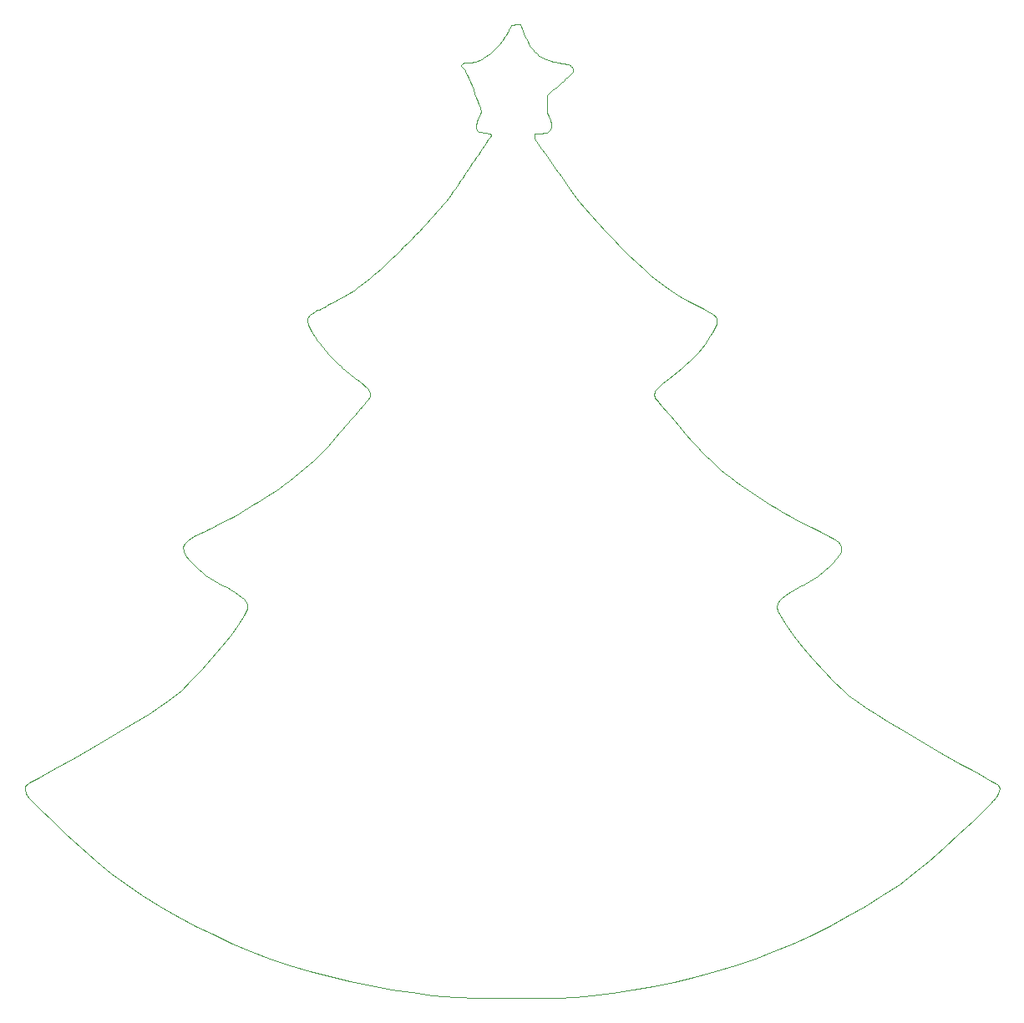
<source format=gbr>
G04 #@! TF.FileFunction,Profile,NP*
%FSLAX46Y46*%
G04 Gerber Fmt 4.6, Leading zero omitted, Abs format (unit mm)*
G04 Created by KiCad (PCBNEW 4.0.6+dfsg1-1) date Tue Jul 24 20:27:31 2018*
%MOMM*%
%LPD*%
G01*
G04 APERTURE LIST*
%ADD10C,0.100000*%
G04 APERTURE END LIST*
D10*
X171488729Y-50919330D02*
X171488726Y-50920230D01*
X171087543Y-50362120D02*
X171488729Y-50919330D01*
X170738278Y-49902350D02*
X171087543Y-50362120D01*
X170663848Y-49801900D02*
X170738278Y-49902350D01*
X170595848Y-49707100D02*
X170663848Y-49801900D01*
X170534908Y-49617700D02*
X170595848Y-49707100D01*
X170481668Y-49533700D02*
X170534908Y-49617700D01*
X170436768Y-49455100D02*
X170481668Y-49533700D01*
X170400838Y-49381700D02*
X170436768Y-49455100D01*
X170374528Y-49313400D02*
X170400838Y-49381700D01*
X170358458Y-49250100D02*
X170374528Y-49313400D01*
X170344318Y-49143670D02*
X170358458Y-49250100D01*
X170343512Y-49062370D02*
X170344318Y-49143670D01*
X170354092Y-48997770D02*
X170343512Y-49062370D01*
X170374102Y-48941670D02*
X170354092Y-48997770D01*
X170405212Y-48894270D02*
X170374102Y-48941670D01*
X170451162Y-48861070D02*
X170405212Y-48894270D01*
X170513092Y-48840970D02*
X170451162Y-48861070D01*
X170592162Y-48833970D02*
X170513092Y-48840970D01*
X170778113Y-48834970D02*
X170592162Y-48833970D01*
X170972634Y-48840970D02*
X170778113Y-48834970D01*
X171158883Y-48841970D02*
X170972634Y-48840970D01*
X171320017Y-48828470D02*
X171158883Y-48841970D01*
X171385177Y-48817870D02*
X171320017Y-48828470D01*
X171451577Y-48806470D02*
X171385177Y-48817870D01*
X171518067Y-48793070D02*
X171451577Y-48806470D01*
X171583487Y-48776370D02*
X171518067Y-48793070D01*
X171646687Y-48754870D02*
X171583487Y-48776370D01*
X171706517Y-48727370D02*
X171646687Y-48754870D01*
X171761807Y-48692470D02*
X171706517Y-48727370D01*
X171811427Y-48648970D02*
X171761807Y-48692470D01*
X171845437Y-48612170D02*
X171811427Y-48648970D01*
X171877027Y-48574970D02*
X171845437Y-48612170D01*
X171906237Y-48536970D02*
X171877027Y-48574970D01*
X171933087Y-48498170D02*
X171906237Y-48536970D01*
X171957617Y-48458070D02*
X171933087Y-48498170D01*
X171979857Y-48416470D02*
X171957617Y-48458070D01*
X171999837Y-48373170D02*
X171979857Y-48416470D01*
X172017577Y-48327870D02*
X171999837Y-48373170D01*
X172033117Y-48280270D02*
X172017577Y-48327870D01*
X172046487Y-48230170D02*
X172033117Y-48280270D01*
X172057717Y-48177170D02*
X172046487Y-48230170D01*
X172066817Y-48121070D02*
X172057717Y-48177170D01*
X172073817Y-48061670D02*
X172066817Y-48121070D01*
X172078817Y-47998670D02*
X172073817Y-48061670D01*
X172081817Y-47931870D02*
X172078817Y-47998670D01*
X172082801Y-47860870D02*
X172081817Y-47931870D01*
X172009461Y-47509650D02*
X172082801Y-47860870D01*
X171848102Y-47117450D02*
X172009461Y-47509650D01*
X171686743Y-46798430D02*
X171848102Y-47117450D01*
X171613403Y-46666720D02*
X171686743Y-46798430D01*
X171614321Y-46562340D02*
X171613403Y-46666720D01*
X171615239Y-46457960D02*
X171614321Y-46562340D01*
X171616156Y-46353570D02*
X171615239Y-46457960D01*
X171617074Y-46249190D02*
X171616156Y-46353570D01*
X171617993Y-46144800D02*
X171617074Y-46249190D01*
X171618911Y-46040420D02*
X171617993Y-46144800D01*
X171619829Y-45936040D02*
X171618911Y-46040420D01*
X171620747Y-45831650D02*
X171619829Y-45936040D01*
X171621665Y-45727270D02*
X171620747Y-45831650D01*
X171622583Y-45622890D02*
X171621665Y-45727270D01*
X171623501Y-45518500D02*
X171622583Y-45622890D01*
X171624419Y-45414120D02*
X171623501Y-45518500D01*
X171625338Y-45309740D02*
X171624419Y-45414120D01*
X171626256Y-45205350D02*
X171625338Y-45309740D01*
X171627173Y-45100970D02*
X171626256Y-45205350D01*
X171628091Y-44996590D02*
X171627173Y-45100970D01*
X171655161Y-44973390D02*
X171628091Y-44996590D01*
X171731861Y-44907390D02*
X171655161Y-44973390D01*
X171851454Y-44804070D02*
X171731861Y-44907390D01*
X172007190Y-44669020D02*
X171851454Y-44804070D01*
X172192321Y-44507730D02*
X172007190Y-44669020D01*
X172400101Y-44325710D02*
X172192321Y-44507730D01*
X172623781Y-44128440D02*
X172400101Y-44325710D01*
X172856615Y-43921460D02*
X172623781Y-44128440D01*
X173091855Y-43710270D02*
X172856615Y-43921460D01*
X173322755Y-43500400D02*
X173091855Y-43710270D01*
X173542568Y-43297320D02*
X173322755Y-43500400D01*
X173744546Y-43106580D02*
X173542568Y-43297320D01*
X173921942Y-42933670D02*
X173744546Y-43106580D01*
X174068007Y-42784110D02*
X173921942Y-42933670D01*
X174175998Y-42663400D02*
X174068007Y-42784110D01*
X174239158Y-42577100D02*
X174175998Y-42663400D01*
X174268228Y-42509500D02*
X174239158Y-42577100D01*
X174279848Y-42441800D02*
X174268228Y-42509500D01*
X174276148Y-42374500D02*
X174279848Y-42441800D01*
X174259318Y-42308400D02*
X174276148Y-42374500D01*
X174231478Y-42244000D02*
X174259318Y-42308400D01*
X174194788Y-42182100D02*
X174231478Y-42244000D01*
X174151398Y-42123000D02*
X174194788Y-42182100D01*
X174103448Y-42067600D02*
X174151398Y-42123000D01*
X174053088Y-42016400D02*
X174103448Y-42067600D01*
X174002478Y-41970000D02*
X174053088Y-42016400D01*
X173953758Y-41929000D02*
X174002478Y-41970000D01*
X173909078Y-41894100D02*
X173953758Y-41929000D01*
X173870578Y-41865900D02*
X173909078Y-41894100D01*
X173840418Y-41844900D02*
X173870578Y-41865900D01*
X173820748Y-41831900D02*
X173840418Y-41844900D01*
X173813748Y-41827900D02*
X173820748Y-41831900D01*
X173797118Y-41826900D02*
X173813748Y-41827900D01*
X173748788Y-41823900D02*
X173797118Y-41826900D01*
X173671118Y-41817900D02*
X173748788Y-41823900D01*
X173566433Y-41807100D02*
X173671118Y-41817900D01*
X173437081Y-41791700D02*
X173566433Y-41807100D01*
X173285402Y-41770800D02*
X173437081Y-41791700D01*
X173113740Y-41743900D02*
X173285402Y-41770800D01*
X172924436Y-41710200D02*
X173113740Y-41743900D01*
X172719834Y-41669000D02*
X172924436Y-41710200D01*
X172502274Y-41619600D02*
X172719834Y-41669000D01*
X172274099Y-41561300D02*
X172502274Y-41619600D01*
X172037652Y-41493400D02*
X172274099Y-41561300D01*
X171795273Y-41415100D02*
X172037652Y-41493400D01*
X171549306Y-41325800D02*
X171795273Y-41415100D01*
X171302093Y-41224720D02*
X171549306Y-41325800D01*
X171055976Y-41111180D02*
X171302093Y-41224720D01*
X170817272Y-40968550D02*
X171055976Y-41111180D01*
X170591011Y-40785240D02*
X170817272Y-40968550D01*
X170377598Y-40568130D02*
X170591011Y-40785240D01*
X170177444Y-40324110D02*
X170377598Y-40568130D01*
X169990955Y-40060060D02*
X170177444Y-40324110D01*
X169818541Y-39782850D02*
X169990955Y-40060060D01*
X169660610Y-39499390D02*
X169818541Y-39782850D01*
X169517570Y-39216550D02*
X169660610Y-39499390D01*
X169389829Y-38941190D02*
X169517570Y-39216550D01*
X169277795Y-38680230D02*
X169389829Y-38941190D01*
X169181875Y-38440530D02*
X169277795Y-38680230D01*
X169102485Y-38228980D02*
X169181875Y-38440530D01*
X169040015Y-38052450D02*
X169102485Y-38228980D01*
X168994895Y-37917850D02*
X169040015Y-38052450D01*
X168967515Y-37832050D02*
X168994895Y-37917850D01*
X168958315Y-37801950D02*
X168967515Y-37832050D01*
X168900555Y-37803950D02*
X168958315Y-37801950D01*
X168842795Y-37805950D02*
X168900555Y-37803950D01*
X168785035Y-37807950D02*
X168842795Y-37805950D01*
X168727275Y-37809950D02*
X168785035Y-37807950D01*
X168669515Y-37811950D02*
X168727275Y-37809950D01*
X168611755Y-37813950D02*
X168669515Y-37811950D01*
X168553995Y-37815950D02*
X168611755Y-37813950D01*
X168496235Y-37817950D02*
X168553995Y-37815950D01*
X168438475Y-37819950D02*
X168496235Y-37817950D01*
X168380715Y-37821950D02*
X168438475Y-37819950D01*
X168322955Y-37823950D02*
X168380715Y-37821950D01*
X168265195Y-37825950D02*
X168322955Y-37823950D01*
X168207435Y-37827950D02*
X168265195Y-37825950D01*
X168149675Y-37829950D02*
X168207435Y-37827950D01*
X168091915Y-37831950D02*
X168149675Y-37829950D01*
X168034155Y-37833950D02*
X168091915Y-37831950D01*
X168028855Y-37845050D02*
X168034155Y-37833950D01*
X168013245Y-37877250D02*
X168028855Y-37845050D01*
X167987615Y-37929050D02*
X168013245Y-37877250D01*
X167952295Y-37998950D02*
X167987615Y-37929050D01*
X167907605Y-38085450D02*
X167952295Y-37998950D01*
X167853875Y-38186960D02*
X167907605Y-38085450D01*
X167791425Y-38301970D02*
X167853875Y-38186960D01*
X167720575Y-38428940D02*
X167791425Y-38301970D01*
X167641645Y-38566340D02*
X167720575Y-38428940D01*
X167554955Y-38712630D02*
X167641645Y-38566340D01*
X167460825Y-38866290D02*
X167554955Y-38712630D01*
X167359586Y-39025770D02*
X167460825Y-38866290D01*
X167251556Y-39189560D02*
X167359586Y-39025770D01*
X167137059Y-39356110D02*
X167251556Y-39189560D01*
X167016415Y-39523890D02*
X167137059Y-39356110D01*
X166889949Y-39691390D02*
X167016415Y-39523890D01*
X166751902Y-39860960D02*
X166889949Y-39691390D01*
X166597631Y-40034560D02*
X166751902Y-39860960D01*
X166429134Y-40209990D02*
X166597631Y-40034560D01*
X166248411Y-40385060D02*
X166429134Y-40209990D01*
X166057461Y-40557570D02*
X166248411Y-40385060D01*
X165858280Y-40725310D02*
X166057461Y-40557570D01*
X165652868Y-40886110D02*
X165858280Y-40725310D01*
X165443223Y-41037760D02*
X165652868Y-40886110D01*
X165231344Y-41178070D02*
X165443223Y-41037760D01*
X165019227Y-41304840D02*
X165231344Y-41178070D01*
X164808873Y-41415870D02*
X165019227Y-41304840D01*
X164602278Y-41508970D02*
X164808873Y-41415870D01*
X164401443Y-41581970D02*
X164602278Y-41508970D01*
X164208365Y-41632570D02*
X164401443Y-41581970D01*
X164025042Y-41658770D02*
X164208365Y-41632570D01*
X163853473Y-41658210D02*
X164025042Y-41658770D01*
X163696318Y-41649210D02*
X163853473Y-41658210D01*
X163554764Y-41650210D02*
X163696318Y-41649210D01*
X163428596Y-41661310D02*
X163554764Y-41650210D01*
X163317597Y-41680610D02*
X163428596Y-41661310D01*
X163221557Y-41707010D02*
X163317597Y-41680610D01*
X163140257Y-41739510D02*
X163221557Y-41707010D01*
X163073487Y-41776710D02*
X163140257Y-41739510D01*
X163021017Y-41817710D02*
X163073487Y-41776710D01*
X162982647Y-41861210D02*
X163021017Y-41817710D01*
X162958157Y-41906110D02*
X162982647Y-41861210D01*
X162947337Y-41951310D02*
X162958157Y-41906110D01*
X162949937Y-41995710D02*
X162947337Y-41951310D01*
X162965807Y-42038010D02*
X162949937Y-41995710D01*
X162994697Y-42077210D02*
X162965807Y-42038010D01*
X163222984Y-42311360D02*
X162994697Y-42077210D01*
X163318384Y-42460440D02*
X163222984Y-42311360D01*
X163385144Y-42602930D02*
X163318384Y-42460440D01*
X163522493Y-42893590D02*
X163385144Y-42602930D01*
X163672563Y-43232100D02*
X163522493Y-42893590D01*
X163831229Y-43606070D02*
X163672563Y-43232100D01*
X163994364Y-44003130D02*
X163831229Y-43606070D01*
X164157843Y-44410920D02*
X163994364Y-44003130D01*
X164317540Y-44817070D02*
X164157843Y-44410920D01*
X164469329Y-45209190D02*
X164317540Y-44817070D01*
X164609086Y-45574930D02*
X164469329Y-45209190D01*
X164732683Y-45901910D02*
X164609086Y-45574930D01*
X164835996Y-46177760D02*
X164732683Y-45901910D01*
X164914896Y-46390110D02*
X164835996Y-46177760D01*
X164965256Y-46526590D02*
X164914896Y-46390110D01*
X164969356Y-46537690D02*
X164965256Y-46526590D01*
X164972956Y-46547690D02*
X164969356Y-46537690D01*
X164975956Y-46556690D02*
X164972956Y-46547690D01*
X164978456Y-46562690D02*
X164975956Y-46556690D01*
X164980456Y-46567690D02*
X164978456Y-46562690D01*
X164981856Y-46571690D02*
X164980456Y-46567690D01*
X164982709Y-46573690D02*
X164981856Y-46571690D01*
X164982995Y-46574460D02*
X164982709Y-46573690D01*
X164951565Y-46639860D02*
X164982995Y-46574460D01*
X164871335Y-46816330D02*
X164951565Y-46639860D01*
X164763365Y-47073870D02*
X164871335Y-46816330D01*
X164648725Y-47382610D02*
X164763365Y-47073870D01*
X164548484Y-47712640D02*
X164648725Y-47382610D01*
X164483714Y-48034060D02*
X164548484Y-47712640D01*
X164475514Y-48316960D02*
X164483714Y-48034060D01*
X164544874Y-48531450D02*
X164475514Y-48316960D01*
X164707388Y-48665370D02*
X164544874Y-48531450D01*
X164941186Y-48741170D02*
X164707388Y-48665370D01*
X165211214Y-48780570D02*
X164941186Y-48741170D01*
X165482415Y-48805370D02*
X165211214Y-48780570D01*
X165719735Y-48837570D02*
X165482415Y-48805370D01*
X165888117Y-48898970D02*
X165719735Y-48837570D01*
X165952497Y-49011480D02*
X165888117Y-48898970D01*
X165877837Y-49196920D02*
X165952497Y-49011480D01*
X165676139Y-49493510D02*
X165877837Y-49196920D01*
X165474440Y-49790100D02*
X165676139Y-49493510D01*
X165272742Y-50086680D02*
X165474440Y-49790100D01*
X165071043Y-50383280D02*
X165272742Y-50086680D01*
X164869345Y-50679860D02*
X165071043Y-50383280D01*
X164667648Y-50976440D02*
X164869345Y-50679860D01*
X164465949Y-51273040D02*
X164667648Y-50976440D01*
X164264251Y-51569620D02*
X164465949Y-51273040D01*
X164062553Y-51866200D02*
X164264251Y-51569620D01*
X163860854Y-52162800D02*
X164062553Y-51866200D01*
X163659156Y-52459380D02*
X163860854Y-52162800D01*
X163457457Y-52755970D02*
X163659156Y-52459380D01*
X163255760Y-53052560D02*
X163457457Y-52755970D01*
X163054062Y-53349140D02*
X163255760Y-53052560D01*
X162852363Y-53645730D02*
X163054062Y-53349140D01*
X162650665Y-53942320D02*
X162852363Y-53645730D01*
X162494472Y-54187550D02*
X162650665Y-53942320D01*
X162312892Y-54453930D02*
X162494472Y-54187550D01*
X162107352Y-54739940D02*
X162312892Y-54453930D01*
X161879282Y-55044030D02*
X162107352Y-54739940D01*
X161630113Y-55364680D02*
X161879282Y-55044030D01*
X161361270Y-55700350D02*
X161630113Y-55364680D01*
X161074185Y-56049510D02*
X161361270Y-55700350D01*
X160770286Y-56410630D02*
X161074185Y-56049510D01*
X160451001Y-56782170D02*
X160770286Y-56410630D01*
X160117760Y-57162610D02*
X160451001Y-56782170D01*
X159771991Y-57550420D02*
X160117760Y-57162610D01*
X159415125Y-57944050D02*
X159771991Y-57550420D01*
X159048588Y-58341990D02*
X159415125Y-57944050D01*
X158673812Y-58742690D02*
X159048588Y-58341990D01*
X158292223Y-59144620D02*
X158673812Y-58742690D01*
X157905252Y-59546260D02*
X158292223Y-59144620D01*
X157514327Y-59946070D02*
X157905252Y-59546260D01*
X157120878Y-60342520D02*
X157514327Y-59946070D01*
X156726332Y-60734070D02*
X157120878Y-60342520D01*
X156332120Y-61119200D02*
X156726332Y-60734070D01*
X155939669Y-61496370D02*
X156332120Y-61119200D01*
X155550409Y-61864050D02*
X155939669Y-61496370D01*
X155165770Y-62220710D02*
X155550409Y-61864050D01*
X154787179Y-62564820D02*
X155165770Y-62220710D01*
X154416065Y-62894840D02*
X154787179Y-62564820D01*
X154053859Y-63209240D02*
X154416065Y-62894840D01*
X153701988Y-63506500D02*
X154053859Y-63209240D01*
X153361882Y-63785070D02*
X153701988Y-63506500D01*
X153034970Y-64043430D02*
X153361882Y-63785070D01*
X152722679Y-64280040D02*
X153034970Y-64043430D01*
X152426439Y-64493370D02*
X152722679Y-64280040D01*
X152147681Y-64681900D02*
X152426439Y-64493370D01*
X151880922Y-64853280D02*
X152147681Y-64681900D01*
X151619852Y-65016430D02*
X151880922Y-64853280D01*
X151364657Y-65171650D02*
X151619852Y-65016430D01*
X151115521Y-65319310D02*
X151364657Y-65171650D01*
X150872629Y-65459730D02*
X151115521Y-65319310D01*
X150636167Y-65593230D02*
X150872629Y-65459730D01*
X150406321Y-65720160D02*
X150636167Y-65593230D01*
X150183273Y-65840830D02*
X150406321Y-65720160D01*
X149967209Y-65955590D02*
X150183273Y-65840830D01*
X149758315Y-66064760D02*
X149967209Y-65955590D01*
X149556775Y-66168720D02*
X149758315Y-66064760D01*
X149362775Y-66267720D02*
X149556775Y-66168720D01*
X149176498Y-66362120D02*
X149362775Y-66267720D01*
X148998133Y-66452220D02*
X149176498Y-66362120D01*
X148827860Y-66538520D02*
X148998133Y-66452220D01*
X148665868Y-66621220D02*
X148827860Y-66538520D01*
X148512339Y-66700620D02*
X148665868Y-66621220D01*
X148367460Y-66777120D02*
X148512339Y-66700620D01*
X148231415Y-66850920D02*
X148367460Y-66777120D01*
X148104390Y-66922520D02*
X148231415Y-66850920D01*
X147986569Y-66992220D02*
X148104390Y-66922520D01*
X147878137Y-67060320D02*
X147986569Y-66992220D01*
X147779277Y-67127120D02*
X147878137Y-67060320D01*
X147690177Y-67193020D02*
X147779277Y-67127120D01*
X147611027Y-67258220D02*
X147690177Y-67193020D01*
X147542007Y-67323220D02*
X147611027Y-67258220D01*
X147483307Y-67388220D02*
X147542007Y-67323220D01*
X147435087Y-67453620D02*
X147483307Y-67388220D01*
X147397557Y-67519820D02*
X147435087Y-67453620D01*
X147370897Y-67587120D02*
X147397557Y-67519820D01*
X147355297Y-67655720D02*
X147370897Y-67587120D01*
X147350897Y-67726020D02*
X147355297Y-67655720D01*
X147360397Y-67852780D02*
X147350897Y-67726020D01*
X147384077Y-67989070D02*
X147360397Y-67852780D01*
X147421437Y-68134320D02*
X147384077Y-67989070D01*
X147471967Y-68287980D02*
X147421437Y-68134320D01*
X147535167Y-68449450D02*
X147471967Y-68287980D01*
X147610537Y-68618180D02*
X147535167Y-68449450D01*
X147697587Y-68793580D02*
X147610537Y-68618180D01*
X147795817Y-68975070D02*
X147697587Y-68793580D01*
X147904720Y-69162110D02*
X147795817Y-68975070D01*
X148023799Y-69354100D02*
X147904720Y-69162110D01*
X148152554Y-69550470D02*
X148023799Y-69354100D01*
X148290486Y-69750660D02*
X148152554Y-69550470D01*
X148437093Y-69954100D02*
X148290486Y-69750660D01*
X148591876Y-70160190D02*
X148437093Y-69954100D01*
X148754336Y-70368370D02*
X148591876Y-70160190D01*
X148923973Y-70578100D02*
X148754336Y-70368370D01*
X149100287Y-70788760D02*
X148923973Y-70578100D01*
X149282777Y-70999800D02*
X149100287Y-70788760D01*
X149470945Y-71210650D02*
X149282777Y-70999800D01*
X149664290Y-71420720D02*
X149470945Y-71210650D01*
X149862313Y-71629470D02*
X149664290Y-71420720D01*
X150064513Y-71836290D02*
X149862313Y-71629470D01*
X150270392Y-72040630D02*
X150064513Y-71836290D01*
X150479448Y-72241910D02*
X150270392Y-72040630D01*
X150691182Y-72439560D02*
X150479448Y-72241910D01*
X150905095Y-72633020D02*
X150691182Y-72439560D01*
X151120685Y-72821680D02*
X150905095Y-72633020D01*
X151337455Y-73005010D02*
X151120685Y-72821680D01*
X151554903Y-73182420D02*
X151337455Y-73005010D01*
X151772531Y-73353330D02*
X151554903Y-73182420D01*
X151989837Y-73517180D02*
X151772531Y-73353330D01*
X152206323Y-73673380D02*
X151989837Y-73517180D01*
X152395337Y-73817270D02*
X152206323Y-73673380D01*
X152570017Y-73952880D02*
X152395337Y-73817270D01*
X152730735Y-74080660D02*
X152570017Y-73952880D01*
X152877862Y-74201040D02*
X152730735Y-74080660D01*
X153011770Y-74314510D02*
X152877862Y-74201040D01*
X153132830Y-74421490D02*
X153011770Y-74314510D01*
X153241416Y-74522470D02*
X153132830Y-74421490D01*
X153337896Y-74617770D02*
X153241416Y-74522470D01*
X153422646Y-74707970D02*
X153337896Y-74617770D01*
X153496036Y-74793570D02*
X153422646Y-74707970D01*
X153558436Y-74874870D02*
X153496036Y-74793570D01*
X153610226Y-74952470D02*
X153558436Y-74874870D01*
X153651776Y-75026770D02*
X153610226Y-74952470D01*
X153683446Y-75098170D02*
X153651776Y-75026770D01*
X153705616Y-75167170D02*
X153683446Y-75098170D01*
X153718656Y-75234070D02*
X153705616Y-75167170D01*
X153722956Y-75299470D02*
X153718656Y-75234070D01*
X153718856Y-75363870D02*
X153722956Y-75299470D01*
X153706746Y-75427570D02*
X153718856Y-75363870D01*
X153686986Y-75491070D02*
X153706746Y-75427570D01*
X153659956Y-75554870D02*
X153686986Y-75491070D01*
X153626036Y-75619470D02*
X153659956Y-75554870D01*
X153585586Y-75685270D02*
X153626036Y-75619470D01*
X153538976Y-75752670D02*
X153585586Y-75685270D01*
X153486586Y-75822070D02*
X153538976Y-75752670D01*
X153428796Y-75893970D02*
X153486586Y-75822070D01*
X153365966Y-75968870D02*
X153428796Y-75893970D01*
X153298466Y-76047170D02*
X153365966Y-75968870D01*
X153226676Y-76129370D02*
X153298466Y-76047170D01*
X153150966Y-76215870D02*
X153226676Y-76129370D01*
X153071696Y-76307170D02*
X153150966Y-76215870D01*
X152989256Y-76403670D02*
X153071696Y-76307170D01*
X152914186Y-76492570D02*
X152989256Y-76403670D01*
X152855576Y-76562170D02*
X152914186Y-76492570D01*
X152811636Y-76614470D02*
X152855576Y-76562170D01*
X152780556Y-76651670D02*
X152811636Y-76614470D01*
X152760536Y-76675870D02*
X152780556Y-76651670D01*
X152749766Y-76689170D02*
X152760536Y-76675870D01*
X152746466Y-76693170D02*
X152749766Y-76689170D01*
X152748766Y-76691170D02*
X152746466Y-76693170D01*
X152754866Y-76685170D02*
X152748766Y-76691170D01*
X152763066Y-76675170D02*
X152754866Y-76685170D01*
X152771466Y-76665170D02*
X152763066Y-76675170D01*
X152778266Y-76656170D02*
X152771466Y-76665170D01*
X152781666Y-76652170D02*
X152778266Y-76656170D01*
X152779866Y-76654170D02*
X152781666Y-76652170D01*
X152771066Y-76664170D02*
X152779866Y-76654170D01*
X152753476Y-76684070D02*
X152771066Y-76664170D01*
X152725266Y-76716270D02*
X152753476Y-76684070D01*
X152684636Y-76762870D02*
X152725266Y-76716270D01*
X152629786Y-76825970D02*
X152684636Y-76762870D01*
X152558906Y-76907570D02*
X152629786Y-76825970D01*
X152470186Y-77009930D02*
X152558906Y-76907570D01*
X152361822Y-77135060D02*
X152470186Y-77009930D01*
X152232010Y-77285100D02*
X152361822Y-77135060D01*
X152078942Y-77462160D02*
X152232010Y-77285100D01*
X151900815Y-77668340D02*
X152078942Y-77462160D01*
X151695820Y-77905770D02*
X151900815Y-77668340D01*
X151462154Y-78176510D02*
X151695820Y-77905770D01*
X151198010Y-78482720D02*
X151462154Y-78176510D01*
X150901582Y-78826480D02*
X151198010Y-78482720D01*
X150571064Y-79209900D02*
X150901582Y-78826480D01*
X150204651Y-79635090D02*
X150571064Y-79209900D01*
X149800537Y-80104160D02*
X150204651Y-79635090D01*
X149368632Y-80590370D02*
X149800537Y-80104160D01*
X148921072Y-81065510D02*
X149368632Y-80590370D01*
X148459395Y-81529490D02*
X148921072Y-81065510D01*
X147985138Y-81982220D02*
X148459395Y-81529490D01*
X147499835Y-82423610D02*
X147985138Y-81982220D01*
X147005024Y-82853560D02*
X147499835Y-82423610D01*
X146502242Y-83272000D02*
X147005024Y-82853560D01*
X145993023Y-83678820D02*
X146502242Y-83272000D01*
X145478906Y-84073920D02*
X145993023Y-83678820D01*
X144961424Y-84457230D02*
X145478906Y-84073920D01*
X144442118Y-84828650D02*
X144961424Y-84457230D01*
X143922521Y-85188090D02*
X144442118Y-84828650D01*
X143404170Y-85535460D02*
X143922521Y-85188090D01*
X142888602Y-85870660D02*
X143404170Y-85535460D01*
X142377353Y-86193600D02*
X142888602Y-85870660D01*
X141871959Y-86504190D02*
X142377353Y-86193600D01*
X141373957Y-86802350D02*
X141871959Y-86504190D01*
X140884884Y-87087980D02*
X141373957Y-86802350D01*
X140406274Y-87360990D02*
X140884884Y-87087980D01*
X139939666Y-87621280D02*
X140406274Y-87360990D01*
X139486596Y-87868760D02*
X139939666Y-87621280D01*
X139048598Y-88103350D02*
X139486596Y-87868760D01*
X138627210Y-88324950D02*
X139048598Y-88103350D01*
X138223970Y-88533480D02*
X138627210Y-88324950D01*
X137840411Y-88728830D02*
X138223970Y-88533480D01*
X137478072Y-88910920D02*
X137840411Y-88728830D01*
X137138489Y-89079650D02*
X137478072Y-88910920D01*
X136823198Y-89234940D02*
X137138489Y-89079650D01*
X136533734Y-89376700D02*
X136823198Y-89234940D01*
X136271636Y-89504830D02*
X136533734Y-89376700D01*
X136038437Y-89619230D02*
X136271636Y-89504830D01*
X135835678Y-89719790D02*
X136038437Y-89619230D01*
X135255231Y-90087660D02*
X135835678Y-89719790D01*
X134902409Y-90449080D02*
X135255231Y-90087660D01*
X134755663Y-90814640D02*
X134902409Y-90449080D01*
X134793453Y-91194940D02*
X134755663Y-90814640D01*
X134994224Y-91600600D02*
X134793453Y-91194940D01*
X135336434Y-92042220D02*
X134994224Y-91600600D01*
X135798536Y-92530390D02*
X135336434Y-92042220D01*
X136358983Y-93075720D02*
X135798536Y-92530390D01*
X136684276Y-93358760D02*
X136358983Y-93075720D01*
X137051351Y-93631300D02*
X136684276Y-93358760D01*
X137450669Y-93894700D02*
X137051351Y-93631300D01*
X137872688Y-94150250D02*
X137450669Y-93894700D01*
X138307861Y-94399290D02*
X137872688Y-94150250D01*
X138746647Y-94643140D02*
X138307861Y-94399290D01*
X139179506Y-94883130D02*
X138746647Y-94643140D01*
X139596891Y-95120580D02*
X139179506Y-94883130D01*
X139989263Y-95356810D02*
X139596891Y-95120580D01*
X140347076Y-95593160D02*
X139989263Y-95356810D01*
X140660791Y-95830930D02*
X140347076Y-95593160D01*
X140920862Y-96071460D02*
X140660791Y-95830930D01*
X141117747Y-96316070D02*
X140920862Y-96071460D01*
X141241903Y-96566090D02*
X141117747Y-96316070D01*
X141283793Y-96822840D02*
X141241903Y-96566090D01*
X141233863Y-97087640D02*
X141283793Y-96822840D01*
X140898311Y-97759350D02*
X141233863Y-97087640D01*
X140320720Y-98656430D02*
X140898311Y-97759350D01*
X139550599Y-99717420D02*
X140320720Y-98656430D01*
X138637456Y-100880840D02*
X139550599Y-99717420D01*
X137630797Y-102085240D02*
X138637456Y-100880840D01*
X136580132Y-103269150D02*
X137630797Y-102085240D01*
X135534968Y-104371110D02*
X136580132Y-103269150D01*
X134544812Y-105329650D02*
X135534968Y-104371110D01*
X133201570Y-106371560D02*
X134544812Y-105329650D01*
X131221044Y-107685830D02*
X133201570Y-106371560D01*
X128838578Y-109154370D02*
X131221044Y-107685830D01*
X126289525Y-110659080D02*
X128838578Y-109154370D01*
X123809233Y-112081820D02*
X126289525Y-110659080D01*
X121633050Y-113304510D02*
X123809233Y-112081820D01*
X119996327Y-114209030D02*
X121633050Y-113304510D01*
X119134411Y-114677270D02*
X119996327Y-114209030D01*
X118962570Y-114789710D02*
X119134411Y-114677270D01*
X118839631Y-114914520D02*
X118962570Y-114789710D01*
X118760376Y-115048970D02*
X118839631Y-114914520D01*
X118719587Y-115190370D02*
X118760376Y-115048970D01*
X118712047Y-115336020D02*
X118719587Y-115190370D01*
X118732535Y-115483190D02*
X118712047Y-115336020D01*
X118775831Y-115629180D02*
X118732535Y-115483190D01*
X118836734Y-115771300D02*
X118775831Y-115629180D01*
X118910012Y-115906840D02*
X118836734Y-115771300D01*
X118990442Y-116033080D02*
X118910012Y-115906840D01*
X119072811Y-116147330D02*
X118990442Y-116033080D01*
X119151914Y-116246830D02*
X119072811Y-116147330D01*
X119222517Y-116328930D02*
X119151914Y-116246830D01*
X119279408Y-116390930D02*
X119222517Y-116328930D01*
X119317369Y-116430230D02*
X119279408Y-116390930D01*
X119331183Y-116443830D02*
X119317369Y-116430230D01*
X119399918Y-116512930D02*
X119331183Y-116443830D01*
X119597713Y-116710580D02*
X119399918Y-116512930D01*
X120330019Y-117434130D02*
X119597713Y-116710580D01*
X121427175Y-118499640D02*
X120330019Y-117434130D01*
X122788253Y-119792210D02*
X121427175Y-118499640D01*
X124312327Y-121196980D02*
X122788253Y-119792210D01*
X125898469Y-122599070D02*
X124312327Y-121196980D01*
X127445752Y-123883570D02*
X125898469Y-122599070D01*
X128853251Y-124935630D02*
X127445752Y-123883570D01*
X130582367Y-126084800D02*
X128853251Y-124935630D01*
X132346915Y-127177060D02*
X130582367Y-126084800D01*
X134144107Y-128211620D02*
X132346915Y-127177060D01*
X135971159Y-129187690D02*
X134144107Y-128211620D01*
X137825283Y-130104440D02*
X135971159Y-129187690D01*
X139703692Y-130961090D02*
X137825283Y-130104440D01*
X141603601Y-131756810D02*
X139703692Y-130961090D01*
X143522222Y-132490800D02*
X141603601Y-131756810D01*
X145535106Y-133181130D02*
X143522222Y-132490800D01*
X147570701Y-133796650D02*
X145535106Y-133181130D01*
X149625571Y-134343060D02*
X147570701Y-133796650D01*
X151696282Y-134826030D02*
X149625571Y-134343060D01*
X153779398Y-135251250D02*
X151696282Y-134826030D01*
X155871484Y-135624390D02*
X153779398Y-135251250D01*
X157969103Y-135951140D02*
X155871484Y-135624390D01*
X160068819Y-136237170D02*
X157969103Y-135951140D01*
X162335548Y-136439490D02*
X160068819Y-136237170D01*
X164639455Y-136516690D02*
X162335548Y-136439490D01*
X166891396Y-136521690D02*
X164639455Y-136516690D01*
X169002224Y-136509490D02*
X166891396Y-136521690D01*
X170916782Y-136512490D02*
X169002224Y-136509490D01*
X172692468Y-136501090D02*
X170916782Y-136512490D01*
X174408974Y-136433290D02*
X172692468Y-136501090D01*
X176145995Y-136267290D02*
X174408974Y-136433290D01*
X178245412Y-135978630D02*
X176145995Y-136267290D01*
X180342891Y-135650640D02*
X178245412Y-135978630D01*
X182434957Y-135277330D02*
X180342891Y-135650640D01*
X184518141Y-134852710D02*
X182434957Y-135277330D01*
X186588968Y-134370760D02*
X184518141Y-134852710D01*
X188643967Y-133825480D02*
X186588968Y-134370760D01*
X190679666Y-133210870D02*
X188643967Y-133825480D01*
X192692592Y-132520930D02*
X190679666Y-133210870D01*
X194611213Y-131786930D02*
X192692592Y-132520930D01*
X196511122Y-130991220D02*
X194611213Y-131786930D01*
X198389530Y-130134570D02*
X196511122Y-130991220D01*
X200243655Y-129217820D02*
X198389530Y-130134570D01*
X202070707Y-128241750D02*
X200243655Y-129217820D01*
X203867900Y-127207180D02*
X202070707Y-128241750D01*
X205632449Y-126114930D02*
X203867900Y-127207180D01*
X207361567Y-124965760D02*
X205632449Y-126114930D01*
X208769066Y-123913700D02*
X207361567Y-124965760D01*
X210316350Y-122629200D02*
X208769066Y-123913700D01*
X211902493Y-121227120D02*
X210316350Y-122629200D01*
X213426568Y-119822340D02*
X211902493Y-121227120D01*
X214787647Y-118529760D02*
X213426568Y-119822340D01*
X215884803Y-117464250D02*
X214787647Y-118529760D01*
X216617111Y-116740710D02*
X215884803Y-117464250D01*
X216883638Y-116473990D02*
X216617111Y-116740710D01*
X216935438Y-116421090D02*
X216883638Y-116473990D01*
X217062938Y-116276940D02*
X216935438Y-116421090D01*
X217224408Y-116063170D02*
X217062938Y-116276940D01*
X217378115Y-115801390D02*
X217224408Y-116063170D01*
X217482315Y-115513270D02*
X217378115Y-115801390D01*
X217495315Y-115220460D02*
X217482315Y-115513270D01*
X217375265Y-114944600D02*
X217495315Y-115220460D01*
X217080488Y-114707350D02*
X217375265Y-114944600D01*
X216761087Y-114535150D02*
X217080488Y-114707350D01*
X216218570Y-114239120D02*
X216761087Y-114535150D01*
X215482349Y-113834010D02*
X216218570Y-114239120D01*
X214581847Y-113334600D02*
X215482349Y-113834010D01*
X213546479Y-112755640D02*
X214581847Y-113334600D01*
X212405664Y-112111910D02*
X213546479Y-112755640D01*
X211188822Y-111418160D02*
X212405664Y-112111910D01*
X209925371Y-110689160D02*
X211188822Y-111418160D01*
X208644730Y-109939670D02*
X209925371Y-110689160D01*
X207376317Y-109184460D02*
X208644730Y-109939670D01*
X206149551Y-108438290D02*
X207376317Y-109184460D01*
X204993851Y-107715920D02*
X206149551Y-108438290D01*
X203938635Y-107032120D02*
X204993851Y-107715920D01*
X203013323Y-106401640D02*
X203938635Y-107032120D01*
X202247331Y-105839260D02*
X203013323Y-106401640D01*
X201670080Y-105359740D02*
X202247331Y-105839260D01*
X200679924Y-104401200D02*
X201670080Y-105359740D01*
X199634761Y-103299230D02*
X200679924Y-104401200D01*
X198584096Y-102115330D02*
X199634761Y-103299230D01*
X197577437Y-100910930D02*
X198584096Y-102115330D01*
X196664295Y-99747510D02*
X197577437Y-100910930D01*
X195894174Y-98686520D02*
X196664295Y-99747510D01*
X195729793Y-98444480D02*
X195894174Y-98686520D01*
X195578218Y-98213640D02*
X195729793Y-98444480D01*
X195440224Y-97994980D02*
X195578218Y-98213640D01*
X195316583Y-97789440D02*
X195440224Y-97994980D01*
X195208071Y-97597980D02*
X195316583Y-97789440D01*
X195115461Y-97421560D02*
X195208071Y-97597980D01*
X195039531Y-97261160D02*
X195115461Y-97421560D01*
X194981041Y-97117720D02*
X195039531Y-97261160D01*
X194944001Y-96984240D02*
X194981041Y-97117720D01*
X194931111Y-96852920D02*
X194944001Y-96984240D01*
X194941171Y-96723620D02*
X194931111Y-96852920D01*
X194973001Y-96596180D02*
X194941171Y-96723620D01*
X195025391Y-96470410D02*
X194973001Y-96596180D01*
X195097151Y-96346160D02*
X195025391Y-96470410D01*
X195187101Y-96223260D02*
X195097151Y-96346160D01*
X195294038Y-96101540D02*
X195187101Y-96223260D01*
X195416772Y-95980850D02*
X195294038Y-96101540D01*
X195554109Y-95861020D02*
X195416772Y-95980850D01*
X195704857Y-95741860D02*
X195554109Y-95861020D01*
X195867823Y-95623240D02*
X195704857Y-95741860D01*
X196041815Y-95504970D02*
X195867823Y-95623240D01*
X196086895Y-95475470D02*
X196041815Y-95504970D01*
X196132575Y-95445970D02*
X196086895Y-95475470D01*
X196178835Y-95416470D02*
X196132575Y-95445970D01*
X196225655Y-95386970D02*
X196178835Y-95416470D01*
X196273015Y-95357470D02*
X196225655Y-95386970D01*
X196320895Y-95327970D02*
X196273015Y-95357470D01*
X196369275Y-95298470D02*
X196320895Y-95327970D01*
X196418135Y-95268970D02*
X196369275Y-95298470D01*
X196467465Y-95239470D02*
X196418135Y-95268970D01*
X196517235Y-95209870D02*
X196467465Y-95239470D01*
X196567445Y-95180270D02*
X196517235Y-95209870D01*
X196618055Y-95150670D02*
X196567445Y-95180270D01*
X196824217Y-95032180D02*
X196618055Y-95150670D01*
X197035441Y-94913220D02*
X196824217Y-95032180D01*
X197250533Y-94793630D02*
X197035441Y-94913220D01*
X197468300Y-94673230D02*
X197250533Y-94793630D01*
X197687548Y-94551880D02*
X197468300Y-94673230D01*
X197907086Y-94429390D02*
X197687548Y-94551880D01*
X198125722Y-94305590D02*
X197907086Y-94429390D01*
X198342260Y-94180340D02*
X198125722Y-94305590D01*
X198555510Y-94053470D02*
X198342260Y-94180340D01*
X198764278Y-93924790D02*
X198555510Y-94053470D01*
X198967371Y-93794160D02*
X198764278Y-93924790D01*
X199163597Y-93661400D02*
X198967371Y-93794160D01*
X199351763Y-93526360D02*
X199163597Y-93661400D01*
X199530674Y-93388850D02*
X199351763Y-93526360D01*
X199699140Y-93248730D02*
X199530674Y-93388850D01*
X199855967Y-93105810D02*
X199699140Y-93248730D01*
X200147136Y-92825340D02*
X199855967Y-93105810D01*
X200416413Y-92560490D02*
X200147136Y-92825340D01*
X200661103Y-92309920D02*
X200416413Y-92560490D01*
X200878514Y-92072320D02*
X200661103Y-92309920D01*
X201065951Y-91846360D02*
X200878514Y-92072320D01*
X201220723Y-91630710D02*
X201065951Y-91846360D01*
X201340135Y-91424040D02*
X201220723Y-91630710D01*
X201421485Y-91225040D02*
X201340135Y-91424040D01*
X201462105Y-91032380D02*
X201421485Y-91225040D01*
X201459305Y-90844740D02*
X201462105Y-91032380D01*
X201410345Y-90660770D02*
X201459305Y-90844740D01*
X201312565Y-90479170D02*
X201410345Y-90660770D01*
X201163260Y-90298600D02*
X201312565Y-90479170D01*
X200959742Y-90117750D02*
X201163260Y-90298600D01*
X200699318Y-89935290D02*
X200959742Y-90117750D01*
X200379294Y-89749880D02*
X200699318Y-89935290D01*
X200176535Y-89649330D02*
X200379294Y-89749880D01*
X199943337Y-89534920D02*
X200176535Y-89649330D01*
X199681239Y-89406800D02*
X199943337Y-89534920D01*
X199391775Y-89265030D02*
X199681239Y-89406800D01*
X199076484Y-89109750D02*
X199391775Y-89265030D01*
X198736901Y-88941010D02*
X199076484Y-89109750D01*
X198374562Y-88758920D02*
X198736901Y-88941010D01*
X197991004Y-88563570D02*
X198374562Y-88758920D01*
X197587763Y-88355050D02*
X197991004Y-88563570D01*
X197166376Y-88133450D02*
X197587763Y-88355050D01*
X196728379Y-87898860D02*
X197166376Y-88133450D01*
X196275308Y-87651370D02*
X196728379Y-87898860D01*
X195808700Y-87391080D02*
X196275308Y-87651370D01*
X195330091Y-87118080D02*
X195808700Y-87391080D01*
X194841018Y-86832440D02*
X195330091Y-87118080D01*
X194343016Y-86534290D02*
X194841018Y-86832440D01*
X193837622Y-86223690D02*
X194343016Y-86534290D01*
X193326373Y-85900750D02*
X193837622Y-86223690D01*
X192810805Y-85565550D02*
X193326373Y-85900750D01*
X192292454Y-85218180D02*
X192810805Y-85565550D01*
X191772857Y-84858750D02*
X192292454Y-85218180D01*
X191253550Y-84487330D02*
X191772857Y-84858750D01*
X190736069Y-84104010D02*
X191253550Y-84487330D01*
X190221952Y-83708910D02*
X190736069Y-84104010D01*
X189712733Y-83302090D02*
X190221952Y-83708910D01*
X189209951Y-82883650D02*
X189712733Y-83302090D01*
X188715140Y-82453700D02*
X189209951Y-82883650D01*
X188229837Y-82012310D02*
X188715140Y-82453700D01*
X187755580Y-81559580D02*
X188229837Y-82012310D01*
X187293903Y-81095600D02*
X187755580Y-81559580D01*
X186846343Y-80620460D02*
X187293903Y-81095600D01*
X186414437Y-80134250D02*
X186846343Y-80620460D01*
X185643911Y-79239990D02*
X186414437Y-80134250D01*
X185016965Y-78512810D02*
X185643911Y-79239990D01*
X184519154Y-77935860D02*
X185016965Y-78512810D01*
X184136033Y-77492260D02*
X184519154Y-77935860D01*
X183853154Y-77165160D02*
X184136033Y-77492260D01*
X183656071Y-76937680D02*
X183853154Y-77165160D01*
X183530336Y-76792990D02*
X183656071Y-76937680D01*
X183461506Y-76714290D02*
X183530336Y-76792990D01*
X183435126Y-76684490D02*
X183461506Y-76714290D01*
X183436726Y-76686490D02*
X183435126Y-76684490D01*
X183451926Y-76704290D02*
X183436726Y-76686490D01*
X183466246Y-76720590D02*
X183451926Y-76704290D01*
X183465246Y-76718590D02*
X183466246Y-76720590D01*
X183434456Y-76681190D02*
X183465246Y-76718590D01*
X183359456Y-76591690D02*
X183434456Y-76681190D01*
X183225780Y-76433170D02*
X183359456Y-76591690D01*
X182916554Y-76076520D02*
X183225780Y-76433170D01*
X182786222Y-75923260D02*
X182916554Y-76076520D01*
X182676044Y-75781900D02*
X182786222Y-75923260D01*
X182588994Y-75648840D02*
X182676044Y-75781900D01*
X182528054Y-75520480D02*
X182588994Y-75648840D01*
X182496184Y-75393220D02*
X182528054Y-75520480D01*
X182496369Y-75263440D02*
X182496184Y-75393220D01*
X182531579Y-75127580D02*
X182496369Y-75263440D01*
X182604789Y-74981980D02*
X182531579Y-75127580D01*
X182718979Y-74823090D02*
X182604789Y-74981980D01*
X182877122Y-74647270D02*
X182718979Y-74823090D01*
X183082191Y-74450940D02*
X182877122Y-74647270D01*
X183337159Y-74230480D02*
X183082191Y-74450940D01*
X184008698Y-73702820D02*
X183337159Y-74230480D01*
X184442490Y-73382770D02*
X184008698Y-73702820D01*
X184877566Y-73034450D02*
X184442490Y-73382770D01*
X185309926Y-72662460D02*
X184877566Y-73034450D01*
X185735573Y-72271350D02*
X185309926Y-72662460D01*
X186150507Y-71865730D02*
X185735573Y-72271350D01*
X186550729Y-71450160D02*
X186150507Y-71865730D01*
X186932241Y-71029240D02*
X186550729Y-71450160D01*
X187291045Y-70607540D02*
X186932241Y-71029240D01*
X187623142Y-70189630D02*
X187291045Y-70607540D01*
X187924532Y-69780100D02*
X187623142Y-70189630D01*
X188191219Y-69383540D02*
X187924532Y-69780100D01*
X188419201Y-69004510D02*
X188191219Y-69383540D01*
X188517431Y-68823020D02*
X188419201Y-69004510D01*
X188604481Y-68647620D02*
X188517431Y-68823020D01*
X188679851Y-68478890D02*
X188604481Y-68647620D01*
X188743051Y-68317430D02*
X188679851Y-68478890D01*
X188793581Y-68163770D02*
X188743051Y-68317430D01*
X188830941Y-68018510D02*
X188793581Y-68163770D01*
X188854621Y-67882220D02*
X188830941Y-68018510D01*
X188864121Y-67755460D02*
X188854621Y-67882220D01*
X188844151Y-67616530D02*
X188864121Y-67755460D01*
X188779971Y-67483180D02*
X188844151Y-67616530D01*
X188673049Y-67352700D02*
X188779971Y-67483180D01*
X188524870Y-67222460D02*
X188673049Y-67352700D01*
X188336915Y-67089810D02*
X188524870Y-67222460D01*
X188110661Y-66952080D02*
X188336915Y-67089810D01*
X187549184Y-66650790D02*
X188110661Y-66952080D01*
X186852276Y-66297330D02*
X187549184Y-66650790D01*
X186031778Y-65870470D02*
X186852276Y-66297330D01*
X185099529Y-65348950D02*
X186031778Y-65870470D01*
X184067369Y-64711540D02*
X185099529Y-65348950D01*
X183492371Y-64309680D02*
X184067369Y-64711540D01*
X182853168Y-63814700D02*
X183492371Y-64309680D01*
X182161191Y-63238880D02*
X182853168Y-63814700D01*
X181427871Y-62594460D02*
X182161191Y-63238880D01*
X180664641Y-61893680D02*
X181427871Y-62594460D01*
X179882930Y-61148840D02*
X180664641Y-61893680D01*
X179094172Y-60372160D02*
X179882930Y-61148840D01*
X178309798Y-59575890D02*
X179094172Y-60372160D01*
X177541238Y-58772320D02*
X178309798Y-59575890D01*
X176799925Y-57973690D02*
X177541238Y-58772320D01*
X176097290Y-57192250D02*
X176799925Y-57973690D01*
X175444763Y-56440260D02*
X176097290Y-57192250D01*
X174853778Y-55729990D02*
X175444763Y-56440260D01*
X174335766Y-55073670D02*
X174853778Y-55729990D01*
X173902157Y-54483570D02*
X174335766Y-55073670D01*
X173564384Y-53971950D02*
X173902157Y-54483570D01*
X173045469Y-53209030D02*
X173564384Y-53971950D01*
X172526555Y-52446090D02*
X173045469Y-53209030D01*
X172007641Y-51683170D02*
X172526555Y-52446090D01*
X171488726Y-50920230D02*
X172007641Y-51683170D01*
M02*

</source>
